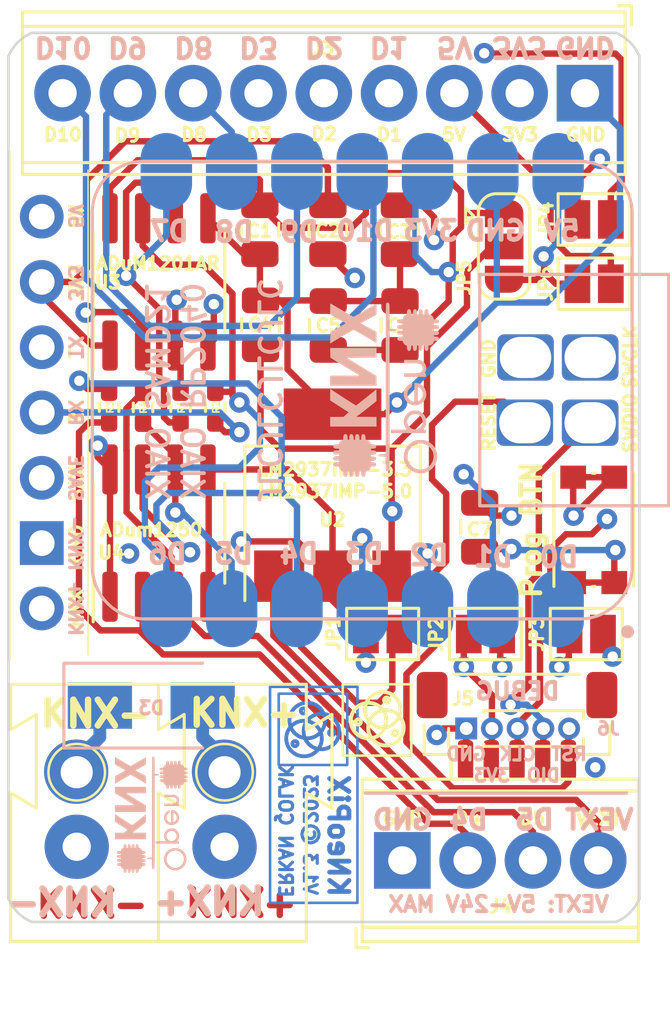
<source format=kicad_pcb>
(kicad_pcb (version 20221018) (generator pcbnew)
  (title_block (title "KNeoPix") (date "2023-02-25") (rev "1.3") (company "OpenKNX"))
  (layers (0 "F.Cu" signal) (1 "In1.Cu" signal) (2 "In2.Cu" signal) (31 "B.Cu" signal) (34 "B.Paste" user) (35 "F.Paste" user) (36 "B.SilkS" user "B.Silkscreen") (37 "F.SilkS" user "F.Silkscreen") (38 "B.Mask" user) (39 "F.Mask" user) (44 "Edge.Cuts" user))
  (net 0 "")
  (net 1 "KNX_3V3")
  (net 2 "KNX_RX")
  (net 3 "KNX_TX")
  (net 4 "D0")
  (net 5 "D10")
  (net 6 "D9")
  (net 7 "D8")
  (net 8 "D3")
  (net 9 "D2")
  (net 10 "D1")
  (net 11 "KNX_GND")
  (net 12 "D4_SDA")
  (net 13 "D5_SCL")
  (net 14 "D6_TX")
  (net 15 "D7_RX")
  (net 16 "KNX_SAVE")
  (net 17 "KNX_5V")
  (net 18 "KNX+")
  (net 19 "EXT_GND")
  (net 20 "NEO_DATA1_OUT")
  (net 21 "NEO_DATA0_OUT")
  (net 22 "5V-MCU")
  (net 23 "EXT_VCC_OUT")
  (net 24 "S_3V3")
  (net 25 "EXT_VCC_IN")
  (net 26 "SWCLK")
  (net 27 "SWDIO")
  (net 28 "RESET")
  (footprint "KNeoPix:C_0805_2012Metric" (layer "F.Cu") (at 124.27 103.05 -90)
    (fp_text reference "C2")
    (fp_text value "100nF" hide)
  )
  (footprint "KNeoPix:JST_SH_BM05B-SRSS-TB_1x05-1MP_P1.00mm_Vertical" (layer "F.Cu") (at 131.625 122.35)
    (fp_text reference "J5")
    (fp_text value "Conn_01x05" hide)
  )
  (footprint "KNeoPix:SOT-223-3_TabPin2" (layer "F.Cu") (at 124.45 113.375 90)
    (fp_text reference "U2")
    (fp_text value "LM2937IMP-3.3 / 5.0" hide)
  )
  (footprint "KNeoPix:C_0805_2012Metric" (layer "F.Cu") (at 121.625 103.05 -90)
    (fp_text reference "C1")
    (fp_text value "100nF" hide)
  )
  (footprint "KNeoPix:R_0402_1005Metric_Pad0.72x0.64mm_HandSolder" (layer "F.Cu") (at 117.08 109.96 -90)
    (fp_text reference "R4")
    (fp_text value "0Ohm - D5 Jumper" hide)
  )
  (footprint "KNeoPix:SolderJumper-2_P1.3mm_Open_Pad1.0x1.5mm" (layer "F.Cu") (at 134.32 118.775)
    (fp_text reference "JP3")
    (fp_text value "VCC Direct In/Out 3V3/5V" hide)
  )
  (footprint "KNeoPix:R_0402_1005Metric_Pad0.72x0.64mm_HandSolder" (layer "F.Cu") (at 115.76 109.95 90)
    (fp_text reference "R3")
    (fp_text value "0Ohm - D4 Jumper" hide)
  )
  (footprint "KNeoPix:C_0805_2012Metric" (layer "F.Cu") (at 121.65 106.75 90)
    (fp_text reference "C4")
    (fp_text value "10µf 16V" hide)
  )
  (footprint "KNeoPix:SolderJumper-2_P1.3mm_Open_Pad1.0x1.5mm" (layer "F.Cu") (at 134.625 102.65)
    (fp_text reference "JP4")
    (fp_text value "KNX Pin SAVE - Optional" hide)
  )
  (footprint "KNeoPix:C_0805_2012Metric" (layer "F.Cu") (at 127.05 103.05 -90)
    (fp_text reference "C3")
    (fp_text value "100 nf 25V" hide)
  )
  (footprint "KNeoPix:C_0805_2012Metric" (layer "F.Cu") (at 127.075 106.775 -90)
    (fp_text reference "C6")
    (fp_text value "100nF" hide)
  )
  (footprint "KNeoPix:243131" (layer "F.Cu") (at 120.25 124.15)
    (fp_text reference "H2" hide)
    (fp_text value "243-131" hide)
  )
  (footprint "KNeoPix:C_0805_2012Metric" (layer "F.Cu") (at 130.175 114.625 90)
    (fp_text reference "C7")
    (fp_text value "100nF 16V - (X5R 0805)" hide)
  )
  (footprint "KNeoPix:PinHeader_1x05_P1.00mm_Vertical" (layer "F.Cu") (at 129.65 122.45 90)
    (fp_text reference "J6")
    (fp_text value "Conn_01x05" hide)
  )
  (footprint "KNeoPix:R_0402_1005Metric_Pad0.72x0.64mm_HandSolder" (layer "F.Cu") (at 118.54 109.95 -90)
    (fp_text reference "R1")
    (fp_text value "0Ohm - TXRX Jumper" hide)
  )
  (footprint "KNeoPix:TerminalBlock_Phoenix_MPT-0,5-4-2.54_1x04_P2.54mm_Horizontal" (layer "F.Cu") (at 127.165 127.58)
    (fp_text reference "J4")
    (fp_text value "Screw Terminal - Isolated IOs" hide)
  )
  (footprint "KNeoPix:TerminalBlock_Phoenix_MPT-0,5-9-2.54_1x09_P2.54mm_Horizontal" (layer "F.Cu") (at 134.27 97.74 180)
    (fp_text reference "J3")
    (fp_text value "Screw Terminal - Non Isolated IOs" hide)
  )
  (footprint "KNeoPix:R_0402_1005Metric_Pad0.72x0.64mm_HandSolder" (layer "F.Cu") (at 119.89 109.9525 90)
    (fp_text reference "R2")
    (fp_text value "0Ohm - RXTX Jumper" hide)
  )
  (footprint "KNeoPix:NanoBCU_PinSocket_LowProfile" (layer "F.Cu") (at 113.14 117.78 180)
    (fp_text reference "GN1" hide)
    (fp_text value "OpenKNX_BCU" hide)
  )
  (footprint "KNeoPix:SolderJumper-2_P1.3mm_Open_Pad1.0x1.5mm" (layer "F.Cu") (at 126.4 118.775)
    (fp_text reference "JP1")
    (fp_text value "GND KNX voltage input" hide)
  )
  (footprint "KNeoPix:SOIC-8_3.9x4.9mm_P1.27mm" (layer "F.Cu") (at 117.7 105.08 90)
    (fp_text reference "U3")
    (fp_text value "ADuM1201AR / ADum1250" hide)
  )
  (footprint "KNeoPix:SolderJumper-2_P1.3mm_Open_Pad1.0x1.5mm" (layer "F.Cu") (at 130.4 118.775)
    (fp_text reference "JP2")
    (fp_text value "3V3 KNX voltage input" hide)
  )
  (footprint "KNeoPix:C_0805_2012Metric" (layer "F.Cu") (at 124.285 106.775 90)
    (fp_text reference "C5")
    (fp_text value "100nF" hide)
  )
  (footprint "KNeoPix:SW_Push_1P1T_NO_CK_KMR2" (layer "F.Cu") (at 134.61 114.725 -90)
    (fp_text reference "SW1" hide)
    (fp_text value "Prog BTN")
  )
  (footprint "KNeoPix:KNX_Connector_Light" (layer "F.Cu") (at 117.7 126.65 90)
    (fp_text reference "J2" hide)
    (fp_text value "Conn_KNX" hide)
  )
  (footprint "KNeoPix:243131" (layer "F.Cu") (at 114.5 124.15)
    (fp_text reference "H1" hide)
    (fp_text value "243-131" hide)
  )
  (footprint "KNeoPix:SolderJumper-2_P1.3mm_Open_Pad1.0x1.5mm" (layer "F.Cu") (at 134.625 105.15)
    (fp_text reference "JP6")
    (fp_text value "5V KNX voltage input" hide)
  )
  (footprint "KNeoPix:SolderJumper-3_P1.3mm_Open_RoundedPad1.0x1.5mm" (layer "F.Cu") (at 131.125 103.7 -90)
    (fp_text reference "JP5")
    (fp_text value "Select U2 and Input Voltage" hide)
  )
  (footprint "KNeoPix:KNX_Connector" (layer "F.Cu") (at 117.68 123.73 90)
    (fp_text reference "J1" hide)
    (fp_text value "Conn_KNX" hide)
  )
  (footprint "KNeoPix:SOIC-8_3.9x4.9mm_P1.27mm" (layer "F.Cu") (at 117.7 114.85 90)
    (fp_text reference "U4")
    (fp_text value "ADum1250")
  )
  (footprint "KNeoPix:Seeeduino XIAO-MOUDLE14P-2.54-21X17.8MM-no-15-16-17-18-19-20-pad" (layer "B.Cu") (at 114.9417 118.3737 90)
    (fp_text reference "U1" hide)
    (fp_text value "Seeeduino XIAO" hide)
  )
  (footprint "KNeoPix:KNeoPix - Logo" (layer "B.Cu") (at 123.94 125.17 90)
    (fp_text reference "REF42" hide)
    (fp_text value "KNeoPix - Logo" hide)
  )
  (footprint "KNeoPix:OpenKNX_Logo_05x03" (layer "B.Cu") (at 117.188669 125.800676 90)
    (fp_text reference "REF1" hide)
    (fp_text value "LOGO" hide)
  )
  (footprint "KNeoPix:D_SMA" (layer "B.Cu") (at 117.4 121.56)
    (fp_text reference "D3")
    (fp_text value "SMAJ40CA-13-F" hide)
  )
  (footprint "KNeoPix:OpenKNX_Logo_07x05" (layer "B.Cu") (at 126.158003 109.273987 90)
    (fp_text reference "REF2" hide)
    (fp_text value "LOGO" hide)
  )
  (gr_line (start 125.73 124.968) (end 135.89 124.968) (stroke (width 0.125)) (layer "B.SilkS"))
  (gr_circle (center 126.5275 122.42) (end 126.0025 122.87) (stroke (width 0.15)) (fill none) (layer "F.SilkS"))
  (gr_circle (center 125.8525 122.145) (end 125.3275 122.595) (stroke (width 0.15)) (fill none) (layer "F.SilkS"))
  (gr_circle (center 126.8775 122.62) (end 126.8775 122.645) (stroke (width 0.15)) (fill none) (layer "F.SilkS"))
  (gr_rect (start 124.8475 120.73) (end 127.5125 123.505) (stroke (width 0.1)) (fill none) (layer "F.SilkS"))
  (gr_circle (center 125.4525 122.195) (end 125.4525 122.22) (stroke (width 0.15)) (fill none) (layer "F.SilkS"))
  (gr_circle (center 126.5525 121.345) (end 126.5525 121.37) (stroke (width 0.15)) (fill none) (layer "F.SilkS"))
  (gr_circle (center 126.4025 121.72) (end 125.8775 122.17) (stroke (width 0.15)) (fill none) (layer "F.SilkS"))
  (gr_arc (start 136.38642 129.063384) (mid 136.02 129.61) (end 135.472291 129.974785) (stroke (width 0.1)) (layer "Edge.Cuts"))
  (gr_line (start 112.757709 95.395215) (end 135.472291 95.395215) (stroke (width 0.1)) (layer "Edge.Cuts"))
  (gr_arc (start 135.472291 95.395215) (mid 136.02 95.76) (end 136.38642 96.306616) (stroke (width 0.1)) (layer "Edge.Cuts"))
  (gr_line (start 136.38642 129.063384) (end 136.38642 96.306616) (stroke (width 0.1)) (layer "Edge.Cuts"))
  (gr_arc (start 112.757709 129.974785) (mid 112.21 129.61) (end 111.84358 129.063384) (stroke (width 0.1)) (layer "Edge.Cuts"))
  (gr_arc (start 111.84358 96.306616) (mid 112.21 95.76) (end 112.757709 95.395215) (stroke (width 0.1)) (layer "Edge.Cuts"))
  (gr_line (start 111.84358 96.306616) (end 111.84358 129.063384) (stroke (width 0.1)) (layer "Edge.Cuts"))
  (gr_line (start 112.757709 129.974785) (end 135.472291 129.974785) (stroke (width 0.1)) (layer "Edge.Cuts"))
  (gr_text "KNX+" (at 120.9 129.25) (layer "F.Cu") (effects (font (size 1 1) (thickness 0.25) bold)))
  (gr_text "KNX-" (at 115.1 129.28) (layer "F.Cu") (effects (font (size 1 1) (thickness 0.25) bold)))
  (gr_text "JLCJLCJLCJLC" (at 121.99 109.3 -90) (layer "B.SilkS") (effects (font (size 0.85 0.85) (thickness 0.15) bold) (justify mirror)))
  (gr_text "D4" (at 129.735 126) (layer "B.SilkS") (effects (font (size 0.75 0.75) (thickness 0.1875)) (justify mirror)))
  (gr_text "KNX+" (at 119.66 129.18) (layer "B.SilkS") (effects (font (size 1 1) (thickness 0.25)) (justify mirror)))
  (gr_text "D5" (at 132.3 126) (layer "B.SilkS") (effects (font (size 0.75 0.75) (thickness 0.1875)) (justify mirror)))
  (gr_text "VEXT" (at 134.825 126) (layer "B.SilkS") (effects (font (size 0.75 0.75) (thickness 0.1875)) (justify mirror)))
  (gr_text "KNX-" (at 113.91 129.22) (layer "B.SilkS") (effects (font (size 1 1) (thickness 0.25)) (justify mirror)))
  (gr_text "XIAO RP2040\nXIAO SAMD21" (at 118.3 109.32 -90) (layer "B.SilkS") (effects (font (size 0.85 0.85) (thickness 0.15) bold) (justify mirror)))
  (gr_text "GND" (at 127.175 126) (layer "B.SilkS") (effects (font (size 0.75 0.75) (thickness 0.1875)) (justify mirror)))
  (segment (start 116.39 99.61) (end 123.25 99.61) (width 0.25) (layer "F.Cu") (net 1))
  (segment (start 115.105 107.555) (end 115.795 107.555) (width 0.25) (layer "F.Cu") (net 1))
  (segment (start 124.27 100.63) (end 124.27 102.1) (width 0.25) (layer "F.Cu") (net 1))
  (segment (start 114.89 104.56) (end 114.89 101.11) (width 0.25) (layer "F.Cu") (net 1))
  (segment (start 131.05 120.06) (end 130.975 119.985) (width 0.25) (layer "F.Cu") (net 1))
  (segment (start 113.14 105.59) (end 115.105 107.555) (width 0.25) (layer "F.Cu") (net 1))
  (segment (start 114.89 101.11) (end 116.39 99.61) (width 0.25) (layer "F.Cu") (net 1))
  (segment (start 130.975 119.985) (end 130.975 118.85) (width 0.25) (layer "F.Cu") (net 1))
  (segment (start 123.25 99.61) (end 124.27 100.63) (width 0.25) (layer "F.Cu") (net 1))
  (segment (start 114.37 105.08) (end 114.89 104.56) (width 0.25) (layer "F.Cu") (net 1))
  (segment (start 113.14 105.08) (end 114.37 105.08) (width 0.25) (layer "F.Cu") (net 1))
  (via (at 131.05 120.06) (size 0.8) (drill 0.4) (layers "F.Cu" "B.Cu") (net 1))
  (via (at 116.5349 115.646) (size 0.8) (drill 0.4) (layers "F.Cu" "B.Cu") (net 1))
  (segment (start 116.585 106.255) (end 117.065 106.735) (width 0.25) (layer "F.Cu") (net 2))
  (segment (start 120.2644 110.9244) (end 120.8278 110.9244) (width 0.25) (layer "F.Cu") (net 2))
  (segment (start 114.87 106.255) (end 116.585 106.255) (width 0.25) (layer "F.Cu") (net 2))
  (segment (start 119.89 110.55) (end 120.2644 110.9244) (width 0.25) (layer "F.Cu") (net 2))
  (segment (start 114.849799 106.275201) (end 114.87 106.255) (width 0.25) (layer "F.Cu") (net 2))
  (via (at 114.849799 106.275201) (size 0.8) (drill 0.4) (layers "F.Cu" "B.Cu") (net 2))
  (via (at 120.8278 110.9244) (size 0.8) (drill 0.4) (layers "F.Cu" "B.Cu") (net 2))
  (segment (start 120.8278 110.9244) (end 120.0634 110.16) (width 0.25) (layer "B.Cu") (net 2))
  (segment (start 120.0634 110.16) (end 113.14 110.16) (width 0.25) (layer "B.Cu") (net 2))
  (segment (start 118.335 105.8287) (end 118.3874 105.7763) (width 0.25) (layer "F.Cu") (net 3))
  (segment (start 118.54 107.76) (end 118.335 107.555) (width 0.25) (layer "F.Cu") (net 3))
  (segment (start 118.335 107.555) (end 118.335 105.8287) (width 0.25) (layer "F.Cu") (net 3))
  (segment (start 118.54 109.3525) (end 118.54 107.76) (width 0.25) (layer "F.Cu") (net 3))
  (via (at 118.3874 105.7763) (size 0.8) (drill 0.4) (layers "F.Cu" "B.Cu") (net 3))
  (segment (start 135.41 116.775) (end 133.81 116.775) (width 0.25) (layer "F.Cu") (net 4))
  (segment (start 135.41 116.775) (end 135.41 115.55) (width 0.25) (layer "F.Cu") (net 4))
  (segment (start 135.41 115.55) (end 135.45 115.51) (width 0.25) (layer "F.Cu") (net 4))
  (segment (start 131.4104 115.47) (end 130.28 115.47) (width 0.25) (layer "F.Cu") (net 4))
  (via (at 131.4104 115.47) (size 0.8) (drill 0.4) (layers "F.Cu" "B.Cu") (net 4))
  (via (at 135.45 115.51) (size 0.8) (drill 0.4) (layers "F.Cu" "B.Cu") (net 4))
  (segment (start 133.225914 115.51) (end 131.4504 115.51) (width 0.25) (layer "B.Cu") (net 4))
  (segment (start 133.225914 115.51) (end 135.45 115.51) (width 0.25) (layer "B.Cu") (net 4))
  (segment (start 133.225914 117.787914) (end 133.225914 115.51) (width 0.25) (layer "B.Cu") (net 4))
  (segment (start 131.4504 115.51) (end 131.4104 115.47) (width 0.25) (layer "B.Cu") (net 4))
  (segment (start 130.35 96.1841) (end 130.3659 96.2) (width 0.25) (layer "F.Cu") (net 5))
  (segment (start 130.3659 96.2) (end 135.4527 96.2) (width 0.25) (layer "F.Cu") (net 5))
  (segment (start 135.4527 96.2) (end 135.6952 96.4425) (width 0.25) (layer "F.Cu") (net 5))
  (segment (start 135.275 101.5749) (end 135.275 102.65) (width 0.25) (layer "F.Cu") (net 5))
  (segment (start 135.6952 96.4425) (end 135.6952 101.1547) (width 0.25) (layer "F.Cu") (net 5))
  (segment (start 135.6952 101.1547) (end 135.275 101.5749) (width 0.25) (layer "F.Cu") (net 5))
  (via (at 130.35 96.1841) (size 0.8) (drill 0.4) (layers "F.Cu" "B.Cu") (net 5))
  (segment (start 124.4 107.24) (end 126.0407 105.5993) (width 0.25) (layer "B.Cu") (net 5))
  (segment (start 117.1482 107.24) (end 124.4 107.24) (width 0.25) (layer "B.Cu") (net 5))
  (segment (start 114.8614 104.9532) (end 117.1482 107.24) (width 0.25) (layer "B.Cu") (net 5))
  (segment (start 113.95 97.74) (end 114.8614 98.6514) (width 0.25) (layer "B.Cu") (net 5))
  (segment (start 114.8614 98.6514) (end 114.8614 104.9532) (width 0.25) (layer "B.Cu") (net 5))
  (segment (start 126.0407 105.5993) (end 126.0407 101.2227) (width 0.25) (layer "B.Cu") (net 5))
  (segment (start 123.0659 105.7041) (end 121.98 106.79) (width 0.25) (layer "B.Cu") (net 6))
  (segment (start 115.649 98.581) (end 116.49 97.74) (width 0.25) (layer "B.Cu") (net 6))
  (segment (start 123.0659 100.7879) (end 123.0659 105.7041) (width 0.25) (layer "B.Cu") (net 6))
  (segment (start 117.3348 106.79) (end 115.649 105.1042) (width 0.25) (layer "B.Cu") (net 6))
  (segment (start 121.98 106.79) (end 117.3348 106.79) (width 0.25) (layer "B.Cu") (net 6))
  (segment (start 115.649 105.1042) (end 115.649 98.581) (width 0.25) (layer "B.Cu") (net 6))
  (segment (start 120.525914 99.235914) (end 119.03 97.74) (width 0.25) (layer "B.Cu") (net 7))
  (segment (start 120.525914 100.787914) (end 120.525914 99.235914) (width 0.25) (layer "B.Cu") (net 7))
  (via (at 125.6059 115.0485) (size 0.8) (drill 0.4) (layers "F.Cu" "B.Cu") (net 8))
  (segment (start 125.6059 117.7879) (end 125.6059 115.0485) (width 0.25) (layer "B.Cu") (net 8))
  (via (at 128.1459 115.6428) (size 0.8) (drill 0.4) (layers "F.Cu" "B.Cu") (net 9))
  (segment (start 128.1459 117.7879) (end 128.1459 115.6428) (width 0.25) (layer "B.Cu") (net 9))
  (via (at 129.5504 112.5605) (size 0.8) (drill 0.4) (layers "F.Cu" "B.Cu") (net 10))
  (segment (start 130.6859 117.7879) (end 130.6859 113.696) (width 0.25) (layer "B.Cu") (net 10))
  (segment (start 130.6859 113.696) (end 129.5504 112.5605) (width 0.25) (layer "B.Cu") (net 10))
  (segment (start 123.0893 115.1736) (end 123.225 115.3093) (width 0.25) (layer "F.Cu") (net 11))
  (segment (start 123.225 115.3093) (end 123.225 119.275) (width 0.25) (layer "F.Cu") (net 11))
  (segment (start 120.8927 115.1736) (end 123.0893 115.1736) (width 0.25) (layer "F.Cu") (net 11))
  (segment (start 123.225 119.275) (end 125.4 121.45) (width 0.25) (layer "F.Cu") (net 11))
  (segment (start 125.1929 104.9229) (end 125.3157 104.9229) (width 0.25) (layer "F.Cu") (net 11))
  (segment (start 125.4 121.45) (end 126.25 121.45) (width 0.25) (layer "F.Cu") (net 11))
  (segment (start 119.605 107.555) (end 119.8329 107.3271) (width 0.25) (layer "F.Cu") (net 11))
  (segment (start 124.27 104) (end 125.1929 104.9229) (width 0.25) (layer "F.Cu") (net 11))
  (segment (start 119.8329 107.3271) (end 119.8329 105.9444) (width 0.25) (layer "F.Cu") (net 11))
  (segment (start 126.775 120.925) (end 126.775 119.05) (width 0.25) (layer "F.Cu") (net 11))
  (segment (start 126.25 121.45) (end 126.775 120.925) (width 0.25) (layer "F.Cu") (net 11))
  (via (at 119.8329 105.9444) (size 0.8) (drill 0.4) (layers "F.Cu" "B.Cu") (net 11))
  (via (at 120.8927 115.1736) (size 0.8) (drill 0.4) (layers "F.Cu" "B.Cu") (net 11))
  (via (at 125.3157 104.9229) (size 0.8) (drill 0.4) (layers "F.Cu" "B.Cu") (net 11))
  (segment (start 115.4 122.7851) (end 114.48 123.7051) (width 0.5) (layer "B.Cu") (net 11))
  (segment (start 115.4 121.56) (end 115.4 122.7851) (width 0.5) (layer "B.Cu") (net 11))
  (segment (start 118.9082 115.5942) (end 118.7723 115.5942) (width 0.25) (layer "F.Cu") (net 12))
  (segment (start 117.065 113.8869) (end 117.065 112.375) (width 0.25) (layer "F.Cu") (net 12))
  (segment (start 114.915 109.24) (end 115.6475 109.24) (width 0.25) (layer "F.Cu") (net 12))
  (segment (start 118.7723 115.5942) (end 117.065 113.8869) (width 0.25) (layer "F.Cu") (net 12))
  (segment (start 114.6 108.925) (end 114.915 109.24) (width 0.25) (layer "F.Cu") (net 12))
  (via (at 114.6 108.925) (size 0.8) (drill 0.4) (layers "F.Cu" "B.Cu") (net 12))
  (via (at 118.9082 115.5942) (size 0.8) (drill 0.4) (layers "F.Cu" "B.Cu") (net 12))
  (segment (start 114.7037 109.0287) (end 121.1648 109.0287) (width 0.25) (layer "B.Cu") (net 12))
  (segment (start 118.8324 115.5942) (end 117.6006 114.3624) (width 0.25) (layer "B.Cu") (net 12))
  (segment (start 121.1648 109.0287) (end 122.47 110.3339) (width 0.25) (layer "B.Cu") (net 12))
  (segment (start 122.5404 113.2904) (end 123.0659 113.8159) (width 0.25) (layer "B.Cu") (net 12))
  (segment (start 122.47 110.3339) (end 122.47 113.2904) (width 0.25) (layer "B.Cu") (net 12))
  (segment (start 120.3935 113.2904) (end 122.5404 113.2904) (width 0.25) (layer "B.Cu") (net 12))
  (segment (start 114.6 108.925) (end 114.7037 109.0287) (width 0.25) (layer "B.Cu") (net 12))
  (segment (start 117.6006 114.3624) (end 117.6006 113.7507) (width 0.25) (layer "B.Cu") (net 12))
  (segment (start 118.0609 113.2904) (end 120.3935 113.2904) (width 0.25) (layer "B.Cu") (net 12))
  (segment (start 123.0659 113.8159) (end 123.0659 117.7879) (width 0.25) (layer "B.Cu") (net 12))
  (segment (start 122.47 113.2904) (end 120.3935 113.2904) (width 0.25) (layer "B.Cu") (net 12))
  (segment (start 118.9082 115.5942) (end 118.8324 115.5942) (width 0.25) (layer "B.Cu") (net 12))
  (segment (start 117.6006 113.7507) (end 118.0609 113.2904) (width 0.25) (layer "B.Cu") (net 12))
  (segment (start 118.335 111.8125) (end 117.08 110.5575) (width 0.25) (layer "F.Cu") (net 13))
  (segment (start 118.335 112.375) (end 118.335 114.0505) (width 0.25) (layer "F.Cu") (net 13))
  (via (at 118.335 114.0505) (size 0.8) (drill 0.4) (layers "F.Cu" "B.Cu") (net 13))
  (segment (start 120.5259 115.9628) (end 118.6136 114.0505) (width 0.25) (layer "B.Cu") (net 13))
  (segment (start 120.5259 117.7879) (end 120.5259 115.9628) (width 0.25) (layer "B.Cu") (net 13))
  (segment (start 118.6136 114.0505) (end 118.335 114.0505) (width 0.25) (layer "B.Cu") (net 13))
  (segment (start 117.8 104.41) (end 119.43 104.41) (width 0.25) (layer "F.Cu") (net 14))
  (segment (start 120.5581 109.355) (end 120.5581 109.4977) (width 0.25) (layer "F.Cu") (net 14))
  (segment (start 117.065 102.605) (end 117.065 103.675) (width 0.25) (layer "F.Cu") (net 14))
  (segment (start 119.43 104.41) (end 120.5581 105.5381) (width 0.25) (layer "F.Cu") (net 14))
  (segment (start 117.065 103.675) (end 117.8 104.41) (width 0.25) (layer "F.Cu") (net 14))
  (segment (start 120.5581 109.355) (end 119.89 109.355) (width 0.25) (layer "F.Cu") (net 14))
  (segment (start 120.5581 105.5381) (end 120.5581 109.355) (width 0.25) (layer "F.Cu") (net 14))
  (segment (start 120.5581 109.4977) (end 120.8278 109.7674) (width 0.25) (layer "F.Cu") (net 14))
  (via (at 120.8278 109.7674) (size 0.8) (drill 0.4) (layers "F.Cu" "B.Cu") (net 14))
  (segment (start 117.1505 115.1274) (end 117.9859 115.9628) (width 0.25) (layer "B.Cu") (net 14))
  (segment (start 117.7 112.3) (end 117.1505 112.8495) (width 0.25) (layer "B.Cu") (net 14))
  (segment (start 120.9424 109.7674) (end 121.625 110.45) (width 0.25) (layer "B.Cu") (net 14))
  (segment (start 121.625 110.45) (end 121.625 111.5) (width 0.25) (layer "B.Cu") (net 14))
  (segment (start 120.825 112.3) (end 117.7 112.3) (width 0.25) (layer "B.Cu") (net 14))
  (segment (start 117.1505 112.8495) (end 117.1505 115.1274) (width 0.25) (layer "B.Cu") (net 14))
  (segment (start 121.625 111.5) (end 120.825 112.3) (width 0.25) (layer "B.Cu") (net 14))
  (segment (start 120.8278 109.7674) (end 120.9424 109.7674) (width 0.25) (layer "B.Cu") (net 14))
  (segment (start 117.9859 115.9628) (end 117.9859 117.7879) (width 0.25) (layer "B.Cu") (net 14))
  (segment (start 118.0975 110.5475) (end 117.895 110.345) (width 0.25) (layer "F.Cu") (net 15))
  (segment (start 117.895 108.955) (end 117.71 108.77) (width 0.25) (layer "F.Cu") (net 15))
  (segment (start 117.91 101.22) (end 118.335 101.645) (width 0.25) (layer "F.Cu") (net 15))
  (segment (start 116.4216 101.584) (end 116.7856 101.22) (width 0.25) (layer "F.Cu") (net 15))
  (segment (start 117.895 110.345) (end 117.895 108.955) (width 0.25) (layer "F.Cu") (net 15))
  (segment (start 118.335 101.645) (end 118.335 102.605) (width 0.25) (layer "F.Cu") (net 15))
  (segment (start 116.4216 104.8415) (end 116.4216 101.584) (width 0.25) (layer "F.Cu") (net 15))
  (segment (start 117.71 108.77) (end 117.71 106.1299) (width 0.25) (layer "F.Cu") (net 15))
  (segment (start 116.7856 101.22) (end 117.91 101.22) (width 0.25) (layer "F.Cu") (net 15))
  (segment (start 117.71 106.1299) (end 116.4216 104.8415) (width 0.25) (layer "F.Cu") (net 15))
  (segment (start 118.54 110.5475) (end 118.0975 110.5475) (width 0.25) (layer "F.Cu") (net 15))
  (via (at 116.4216 104.8415) (size 0.8) (drill 0.4) (layers "F.Cu" "B.Cu") (net 15))
  (segment (start 117.9859 103.2772) (end 116.4216 104.8415) (width 0.25) (layer "B.Cu") (net 15))
  (segment (start 117.9859 100.7879) (end 117.9859 103.2772) (width 0.25) (layer "B.Cu") (net 15))
  (segment (start 133.975 101.1595) (end 134.8455 100.289) (width 0.25) (layer "F.Cu") (net 16))
  (segment (start 133.975 102.65) (end 133.975 101.1595) (width 0.25) (layer "F.Cu") (net 16))
  (via (at 134.8455 100.289) (size 0.8) (drill 0.4) (layers "F.Cu" "B.Cu") (net 16))
  (segment (start 132.9306 101.4806) (end 129.19 97.74) (width 0.25) (layer "F.Cu") (net 17))
  (segment (start 132.9306 103.3339) (end 132.9306 101.4806) (width 0.25) (layer "F.Cu") (net 17))
  (segment (start 135.275 105.15) (end 135.275 104.0749) (width 0.25) (layer "F.Cu") (net 17))
  (segment (start 133.6716 104.0749) (end 132.9306 103.3339) (width 0.25) (layer "F.Cu") (net 17))
  (segment (start 135.275 104.0749) (end 133.6716 104.0749) (width 0.25) (layer "F.Cu") (net 17))
  (segment (start 119.4 121.56) (end 119.4 122.7851) (width 0.5) (layer "B.Cu") (net 18))
  (segment (start 119.4 122.7851) (end 120.23 123.6151) (width 0.5) (layer "B.Cu") (net 18))
  (segment (start 124.45 114.1) (end 122.725 112.375) (width 0.25) (layer "F.Cu") (net 19))
  (segment (start 119.6333 117.2967) (end 119.6333 112.4033) (width 0.25) (layer "F.Cu") (net 19))
  (segment (start 124.45 110.225) (end 126.4991 110.225) (width 0.25) (layer "F.Cu") (net 19))
  (segment (start 125.75 119.887416) (end 125.75 118.775) (width 0.25) (layer "F.Cu") (net 19))
  (segment (start 124.45 117.475) (end 125.75 118.775) (width 0.25) (layer "F.Cu") (net 19))
  (segment (start 133.81 112.675) (end 133.81 114.1555) (width 0.25) (layer "F.Cu") (net 19))
  (segment (start 135.3205 112.675) (end 135.41 112.675) (width 0.25) (layer "F.Cu") (net 19))
  (segment (start 121.625 104) (end 121.625 105.775) (width 0.25) (layer "F.Cu") (net 19))
  (segment (start 122.7 108.475) (end 122.7 106.1) (width 0.25) (layer "F.Cu") (net 19))
  (segment (start 124.45 116.525) (end 124.45 117.475) (width 0.25) (layer "F.Cu") (net 19))
  (segment (start 129.65 122.45) (end 129.65 123.65) (width 0.25) (layer "F.Cu") (net 19))
  (segment (start 128.7495 122.45) (end 128.5 122.6995) (width 0.25) (layer "F.Cu") (net 19))
  (segment (start 133.81 114.1555) (end 133.825 114.1705) (width 0.25) (layer "F.Cu") (net 19))
  (segment (start 119.605 102.605) (end 121 104) (width 0.25) (layer "F.Cu") (net 19))
  (segment (start 133.825 114.1705) (end 135.3205 112.675) (width 0.25) (layer "F.Cu") (net 19))
  (segment (start 130.67 114.17) (end 130.175 113.675) (width 0.25) (layer "F.Cu") (net 19))
  (segment (start 129.65 122.45) (end 128.7495 122.45) (width 0.25) (layer "F.Cu") (net 19))
  (segment (start 121 104) (end 121.625 104) (width 0.25) (layer "F.Cu") (net 19))
  (segment (start 122.7 106.1) (end 122.4 105.8) (width 0.25) (layer "F.Cu") (net 19))
  (segment (start 122.4 105.8) (end 124.26 105.8) (width 0.25) (layer "F.Cu") (net 19))
  (segment (start 122.7 108.475) (end 124.45 110.225) (width 0.25) (layer "F.Cu") (net 19))
  (segment (start 126.4991 110.225) (end 126.9549 109.7692) (width 0.25) (layer "F.Cu") (net 19))
  (segment (start 131.4104 114.17) (end 130.67 114.17) (width 0.25) (layer "F.Cu") (net 19))
  (segment (start 124.45 116.525) (end 124.45 114.1) (width 0.25) (layer "F.Cu") (net 19))
  (segment (start 122.725 112.375) (end 119.605 112.375) (width 0.25) (layer "F.Cu") (net 19))
  (segment (start 124.285 105.825) (end 127.075 105.825) (width 0.25) (layer "F.Cu") (net 19))
  (segment (start 121.65 105.8) (end 122.4 105.8) (width 0.25) (layer "F.Cu") (net 19))
  (segment (start 127.075 105.825) (end 127.075 104.025) (width 0.25) (layer "F.Cu") (net 19))
  (segment (start 133.81 112.675) (end 135.41 112.675) (width 0.25) (layer "F.Cu") (net 19))
  (via (at 134.67 123.96) (size 0.8) (drill 0.4) (layers "F.Cu" "B.Cu") (net 19))
  (via (at 128.5 122.6995) (size 0.8) (drill 0.4) (layers "F.Cu" "B.Cu") (net 19))
  (via (at 125.75 119.887416) (size 0.8) (drill 0.4) (layers "F.Cu" "B.Cu") (net 19))
  (via (at 131.4104 114.17) (size 0.8) (drill 0.4) (layers "F.Cu" "B.Cu") (net 19))
  (via (at 133.825 114.1705) (size 0.8) (drill 0.4) (layers "F.Cu" "B.Cu") (net 19))
  (via (at 126.9549 109.7692) (size 0.8) (drill 0.4) (layers "F.Cu" "B.Cu") (net 19))
  (segment (start 130.84 100.942) (end 130.84 105.8777) (width 0.25) (layer "B.Cu") (net 19))
  (segment (start 135.63 99.1) (end 135.63 103.039505) (width 0.25) (layer "B.Cu") (net 19))
  (segment (start 130.84 105.8777) (end 130.8432 105.8809) (width 0.25) (layer "B.Cu") (net 19))
  (segment (start 134.27 97.74) (end 135.63 99.1) (width 0.25) (layer "B.Cu") (net 19))
  (segment (start 135.63 103.039505) (end 132.788605 105.8809) (width 0.25) (layer "B.Cu") (net 19))
  (segment (start 132.788605 105.8809) (end 130.8432 105.8809) (width 0.25) (layer "B.Cu") (net 19))
  (segment (start 130.8432 105.8809) (end 126.9549 109.7692) (width 0.25) (layer "B.Cu") (net 19))
  (segment (start 132.245 127.58) (end 132.245 126.47) (width 0.25) (layer "F.Cu") (net 20))
  (segment (start 116.435 110.0075) (end 116.435 111.635) (width 0.25) (layer "F.Cu") (net 20))
  (segment (start 117.08 109.3625) (end 116.435 110.0075) (width 0.25) (layer "F.Cu") (net 20))
  (segment (start 131.48 125.705) (end 128.382208 125.705) (width 0.25) (layer "F.Cu") (net 20))
  (segment (start 116.435 111.635) (end 116.44 111.64) (width 0.25) (layer "F.Cu") (net 20))
  (segment (start 118.1831 115.7773) (end 118.1831 117.1731) (width 0.25) (layer "F.Cu") (net 20))
  (segment (start 128.382208 125.705) (end 121.527208 118.85) (width 0.25) (layer "F.Cu") (net 20))
  (segment (start 121.527208 118.85) (end 119.483249 118.85) (width 0.25) (layer "F.Cu") (net 20))
  (segment (start 132.245 126.47) (end 131.48 125.705) (width 0.25) (layer "F.Cu") (net 20))
  (segment (start 116.44 111.64) (end 116.44 114.0324) (width 0.25) (layer "F.Cu") (net 20))
  (segment (start 116.44 114.0324) (end 116.4391 114.0333) (width 0.25) (layer "F.Cu") (net 20))
  (segment (start 119.483249 118.85) (end 118.335 117.701751) (width 0.25) (layer "F.Cu") (net 20))
  (segment (start 116.4391 114.0333) (end 118.1831 115.7773) (width 0.25) (layer "F.Cu") (net 20))
  (segment (start 117.4525 119.1575) (end 117.065 118.77) (width 0.25) (layer "F.Cu") (net 21))
  (segment (start 115.4223 118.6323) (end 116.9273 118.6323) (width 0.25) (layer "F.Cu") (net 21))
  (segment (start 129.705 127.58) (end 129.705 126.605) (width 0.25) (layer "F.Cu") (net 21))
  (segment (start 114.589652 117.799652) (end 115.4223 118.6323) (width 0.25) (layer "F.Cu") (net 21))
  (segment (start 121.610812 119.57) (end 117.865 119.57) (width 0.25) (layer "F.Cu") (net 21))
  (segment (start 117.865 119.57) (end 117.4525 119.1575) (width 0.25) (layer "F.Cu") (net 21))
  (segment (start 129.255 126.155) (end 128.195812 126.155) (width 0.25) (layer "F.Cu") (net 21))
  (segment (start 117.065 118.77) (end 117.065 117.325) (width 0.25) (layer "F.Cu") (net 21))
  (segment (start 128.195812 126.155) (end 121.610812 119.57) (width 0.25) (layer "F.Cu") (net 21))
  (segment (start 114.9827 110.5475) (end 114.589652 110.940548) (width 0.25) (layer "F.Cu") (net 21))
  (segment (start 129.705 126.605) (end 129.255 126.155) (width 0.25) (layer "F.Cu") (net 21))
  (segment (start 114.589652 110.940548) (end 114.589652 117.799652) (width 0.25) (layer "F.Cu") (net 21))
  (segment (start 116.9273 118.6323) (end 117.4525 119.1575) (width 0.25) (layer "F.Cu") (net 21))
  (segment (start 115.76 110.5475) (end 114.9827 110.5475) (width 0.25) (layer "F.Cu") (net 21))
  (segment (start 133.975 105.15) (end 133.13 105.15) (width 0.25) (layer "F.Cu") (net 22))
  (segment (start 132.68 104.7) (end 132.68 104.107898) (width 0.25) (layer "F.Cu") (net 22))
  (segment (start 132.68 104.107898) (end 132.661051 104.088949) (width 0.25) (layer "F.Cu") (net 22))
  (segment (start 132.38 105) (end 132.68 104.7) (width 0.25) (layer "F.Cu") (net 22))
  (segment (start 131.125 105) (end 132.38 105) (width 0.25) (layer "F.Cu") (net 22))
  (segment (start 133.13 105.15) (end 132.68 104.7) (width 0.25) (layer "F.Cu") (net 22))
  (via (at 132.661051 104.088949) (size 0.8) (drill 0.4) (layers "F.Cu" "B.Cu") (net 22))
  (segment (start 133.2259 103.5241) (end 133.2259 100.7879) (width 0.25) (layer "B.Cu") (net 22))
  (segment (start 132.661051 104.088949) (end 133.2259 103.5241) (width 0.25) (layer "B.Cu") (net 22))
  (segment (start 129.68 106.04) (end 128.125 107.595) (width 0.25) (layer "F.Cu") (net 23))
  (segment (start 128.125 110.1902) (end 126.75 111.5652) (width 0.25) (layer "F.Cu") (net 23))
  (segment (start 130.65 103.7) (end 129.6936 104.6564) (width 0.25) (layer "F.Cu") (net 23))
  (segment (start 126.75 111.5652) (end 126.75 113.975) (width 0.25) (layer "F.Cu") (net 23))
  (segment (start 129.6936 104.6564) (end 129.6936 104.998105) (width 0.25) (layer "F.Cu") (net 23))
  (segment (start 128.125 107.595) (end 128.125 110.1902) (width 0.25) (layer "F.Cu") (net 23))
  (segment (start 126.75 113.975) (end 126.775 114) (width 0.25) (layer "F.Cu") (net 23))
  (segment (start 121.65 110.8184) (end 121.65 107.7) (width 0.25) (layer "F.Cu") (net 23))
  (segment (start 134.97 119.271) (end 135.3495 119.6505) (width 0.25) (layer "F.Cu") (net 23))
  (segment (start 126.75 116.525) (end 126.75 114.025) (width 0.25) (layer "F.Cu") (net 23))
  (segment (start 134.97 118.775) (end 134.97 119.271) (width 0.25) (layer "F.Cu") (net 23))
  (segment (start 126.75 114.025) (end 126.775 114) (width 0.25) (layer "F.Cu") (net 23))
  (segment (start 129.6936 104.998105) (end 129.68 105.011705) (width 0.25) (layer "F.Cu") (net 23))
  (segment (start 129.68 105.011705) (end 129.68 106.04) (width 0.25) (layer "F.Cu") (net 23))
  (segment (start 122.3968 111.5652) (end 121.65 110.8184) (width 0.25) (layer "F.Cu") (net 23))
  (segment (start 126.75 111.5652) (end 122.3968 111.5652) (width 0.25) (layer "F.Cu") (net 23))
  (via (at 135.3495 119.6505) (size 0.8) (drill 0.4) (layers "F.Cu" "B.Cu") (net 23))
  (via (at 126.775 114) (size 0.8) (drill 0.4) (layers "F.Cu" "B.Cu") (net 23))
  (segment (start 129.4467 102.4) (end 131.125 102.4) (width 0.25) (layer "F.Cu") (net 24))
  (segment (start 129.4467 101.5767) (end 128.72 100.85) (width 0.25) (layer "F.Cu") (net 24))
  (segment (start 129.125 104.5414) (end 129.125 103.2754) (width 0.25) (layer "F.Cu") (net 24))
  (segment (start 115.314652 111.448859) (end 115.314652 111.894652) (width 0.25) (layer "F.Cu") (net 24))
  (segment (start 129.4467 102.9537) (end 129.4467 102.4) (width 0.25) (layer "F.Cu") (net 24))
  (segment (start 129.4467 102.9537) (end 129.4467 101.5767) (width 0.25) (layer "F.Cu") (net 24))
  (segment (start 130.65 121.147216) (end 130.65 122.45) (width 0.25) (layer "F.Cu") (net 24))
  (segment (start 122.4976 102.9726) (end 121.625 102.1) (width 0.25) (layer "F.Cu") (net 24))
  (segment (start 129.556392 120.053608) (end 129.556392 118.968608) (width 0.25) (layer "F.Cu") (net 24))
  (segment (start 128.9686 104.6978) (end 129.125 104.5414) (width 0.25) (layer "F.Cu") (net 24))
  (segment (start 130.65 122.45) (end 130.65 123.65) (width 0.25) (layer "F.Cu") (net 24))
  (segment (start 128.72 100.85) (end 126.29 100.85) (width 0.25) (layer "F.Cu") (net 24))
  (segment (start 115.795 101.425) (end 116.87 100.35) (width 0.25) (layer "F.Cu") (net 24))
  (segment (start 115.795 112.375) (end 115.795 117.325) (width 0.25) (layer "F.Cu") (net 24))
  (segment (start 125.75 101.39) (end 125.75 102.41) (width 0.25) (layer "F.Cu") (net 24))
  (segment (start 125.75 102.41) (end 125.1874 102.9726) (width 0.25) (layer "F.Cu") (net 24))
  (segment (start 121.625 101.125) (end 121.625 102.1) (width 0.25) (layer "F.Cu") (net 24))
  (segment (start 125.1874 102.9726) (end 122.4976 102.9726) (width 0.25) (layer "F.Cu") (net 24))
  (segment (start 120.85 100.35) (end 121.625 101.125) (width 0.25) (layer "F.Cu") (net 24))
  (segment (start 129.125 103.2754) (end 129.4467 102.9537) (width 0.25) (layer "F.Cu") (net 24))
  (segment (start 128.9686 105.8314) (end 128.9686 104.6978) (width 0.25) (layer "F.Cu") (net 24))
  (segment (start 115.795 102.605) (end 115.795 101.425) (width 0.25) (layer "F.Cu") (net 24))
  (segment (start 124.285 107.725) (end 127.075 107.725) (width 0.25) (layer "F.Cu") (net 24))
  (segment (start 115.314652 111.894652) (end 115.795 112.375) (width 0.25) (layer "F.Cu") (net 24))
  (segment (start 129.556392 120.053608) (end 130.65 121.147216) (width 0.25) (layer "F.Cu") (net 24))
  (segment (start 126.29 100.85) (end 125.75 101.39) (width 0.25) (layer "F.Cu") (net 24))
  (segment (start 116.87 100.35) (end 120.85 100.35) (width 0.25) (layer "F.Cu") (net 24))
  (segment (start 127.075 107.725) (end 128.9686 105.8314) (width 0.25) (layer "F.Cu") (net 24))
  (via (at 128.9686 104.6978) (size 0.8) (drill 0.4) (layers "F.Cu" "B.Cu") (net 24))
  (via (at 115.314652 111.448859) (size 0.8) (drill 0.4) (layers "F.Cu" "B.Cu") (net 24))
  (via (at 129.556392 120.053608) (size 0.8) (drill 0.4) (layers "F.Cu" "B.Cu") (net 24))
  (segment (start 128.9686 104.6978) (end 128.3025 104.6978) (width 0.25) (layer "B.Cu") (net 24))
  (segment (start 127.675 104.0703) (end 127.675 101.258828) (width 0.25) (layer "B.Cu") (net 24))
  (segment (start 128.3025 104.6978) (end 127.675 104.0703) (width 0.25) (layer "B.Cu") (net 24))
  (segment (start 128.4 103.45) (end 128.4 102.56) (width 0.25) (layer "F.Cu") (net 25))
  (segment (start 127.94 102.1) (end 127.05 102.1) (width 0.25) (layer "F.Cu") (net 25))
  (segment (start 133.64 119.69) (end 133.27 120.06) (width 0.25) (layer "F.Cu") (net 25))
  (segment (start 122.15 116.525) (end 122.15 118.836396) (width 0.25) (layer "F.Cu") (net 25))
  (segment (start 134.785 126.085) (end 134.785 127.58) (width 0.25) (layer "F.Cu") (net 25))
  (segment (start 128.4 102.56) (end 127.94 102.1) (width 0.25) (layer "F.Cu") (net 25))
  (segment (start 128.538604 125.225) (end 133.925 125.225) (width 0.25) (layer "F.Cu") (net 25))
  (segment (start 133.925 125.225) (end 134.785 126.085) (width 0.25) (layer "F.Cu") (net 25))
  (segment (start 122.15 118.836396) (end 128.538604 125.225) (width 0.25) (layer "F.Cu") (net 25))
  (segment (start 133.64 119.69) (end 133.64 118.805) (width 0.25) (layer "F.Cu") (net 25))
  (via (at 133.27 120.06) (size 0.8) (drill 0.4) (layers "F.Cu" "B.Cu") (net 25))
  (via (at 128.4 103.45) (size 0.8) (drill 0.4) (layers "F.Cu" "B.Cu") (net 25))
  (segment (start 132.52 121.405305) (end 131.65 122.275305) (width 0.25) (layer "F.Cu") (net 26))
  (segment (start 133.53 114.895) (end 132.925 115.5) (width 0.25) (layer "F.Cu") (net 26))
  (segment (start 132.52 117.106) (end 132.52 121.405305) (width 0.25) (layer "F.Cu") (net 26))
  (segment (start 132.925 115.5) (end 132.925 116.701) (width 0.25) (layer "F.Cu") (net 26))
  (segment (start 132.925 116.701) (end 132.52 117.106) (width 0.25) (layer "F.Cu") (net 26))
  (segment (start 134.53 114.895) (end 133.53 114.895) (width 0.25) (layer "F.Cu") (net 26))
  (segment (start 131.65 122.45) (end 131.65 123.65) (width 0.25) (layer "F.Cu") (net 26))
  (segment (start 135.125 114.3) (end 134.53 114.895) (width 0.25) (layer "F.Cu") (net 26))
  (via (at 135.125 114.3) (size 0.8) (drill 0.4) (layers "F.Cu" "B.Cu") (net 26))
  (segment (start 132.475 116.415) (end 132.475 112.554614) (width 0.25) (layer "F.Cu") (net 27))
  (segment (start 132.07 116.82) (end 132.475 116.415) (width 0.25) (layer "F.Cu") (net 27))
  (segment (start 131.375 121.525) (end 131.375 121.5) (width 0.25) (layer "F.Cu") (net 27))
  (segment (start 132.65 122.45) (end 132.65 123.65) (width 0.25) (layer "F.Cu") (net 27))
  (segment (start 131.375 121.5) (end 132.07 120.805) (width 0.25) (layer "F.Cu") (net 27))
  (segment (start 132.07 120.805) (end 132.07 116.82) (width 0.25) (layer "F.Cu") (net 27))
  (segment (start 134.4717 110.557914) (end 132.475 112.554614) (width 0.25) (layer "F.Cu") (net 27))
  (via (at 131.375 121.525) (size 0.8) (drill 0.4) (layers "F.Cu" "B.Cu") (net 27))
  (segment (start 131.375 121.525) (end 132.005 121.525) (width 0.25) (layer "B.Cu") (net 27))
  (segment (start 132.005 121.525) (end 132.65 122.17) (width 0.25) (layer "B.Cu") (net 27))
  (segment (start 128.8709 115.943105) (end 128.425 116.389005) (width 0.25) (layer "F.Cu") (net 28))
  (segment (start 133.625 123.675) (end 133.625 124.525) (width 0.25) (layer "F.Cu") (net 28))
  (segment (start 133.625 124.525) (end 133.375 124.775) (width 0.25) (layer "F.Cu") (net 28))
  (segment (start 128.8709 113.3109) (end 128.32 112.76) (width 0.25) (layer "F.Cu") (net 28))
  (segment (start 131.113786 109.74) (end 131.9317 110.557914) (width 0.25) (layer "F.Cu") (net 28))
  (segment (start 128.425 119.236827) (end 127.325 120.336827) (width 0.25) (layer "F.Cu") (net 28))
  (segment (start 127.325 122.975805) (end 129.124195 124.775) (width 0.25) (layer "F.Cu") (net 28))
  (segment (start 133.375 124.775) (end 129.124195 124.775) (width 0.25) (layer "F.Cu") (net 28))
  (segment (start 128.32 112.76) (end 128.32 110.64) (width 0.25) (layer "F.Cu") (net 28))
  (segment (start 128.8709 115.943105) (end 128.8709 113.3109) (width 0.25) (layer "F.Cu") (net 28))
  (segment (start 128.425 116.389005) (end 128.425 119.236827) (width 0.25) (layer "F.Cu") (net 28))
  (segment (start 128.32 110.64) (end 129.22 109.74) (width 0.25) (layer "F.Cu") (net 28))
  (segment (start 133.625 123.675) (end 133.625 122.475) (width 0.25) (layer "F.Cu") (net 28))
  (segment (start 129.22 109.74) (end 131.113786 109.74) (width 0.25) (layer "F.Cu") (net 28))
  (segment (start 127.325 120.336827) (end 127.325 122.975805) (width 0.25) (layer "F.Cu") (net 28))
)
</source>
